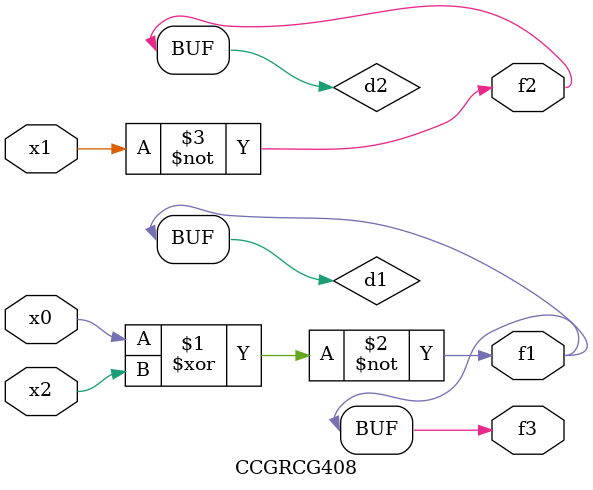
<source format=v>
module CCGRCG408(
	input x0, x1, x2,
	output f1, f2, f3
);

	wire d1, d2, d3;

	xnor (d1, x0, x2);
	nand (d2, x1);
	nor (d3, x1, x2);
	assign f1 = d1;
	assign f2 = d2;
	assign f3 = d1;
endmodule

</source>
